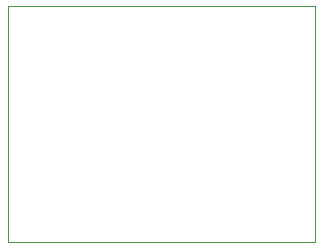
<source format=gbr>
G04 #@! TF.GenerationSoftware,KiCad,Pcbnew,5.1.5+dfsg1-2build2*
G04 #@! TF.CreationDate,2022-02-17T11:45:05+00:00*
G04 #@! TF.ProjectId,foot-rectifier,666f6f74-2d72-4656-9374-69666965722e,rev?*
G04 #@! TF.SameCoordinates,Original*
G04 #@! TF.FileFunction,Profile,NP*
%FSLAX46Y46*%
G04 Gerber Fmt 4.6, Leading zero omitted, Abs format (unit mm)*
G04 Created by KiCad (PCBNEW 5.1.5+dfsg1-2build2) date 2022-02-17 11:45:05*
%MOMM*%
%LPD*%
G04 APERTURE LIST*
%ADD10C,0.050000*%
G04 APERTURE END LIST*
D10*
X146000000Y11000000D02*
X146000000Y31000000D01*
X172000000Y11000000D02*
X146000000Y11000000D01*
X172000000Y31000000D02*
X172000000Y11000000D01*
X146000000Y31000000D02*
X172000000Y31000000D01*
M02*

</source>
